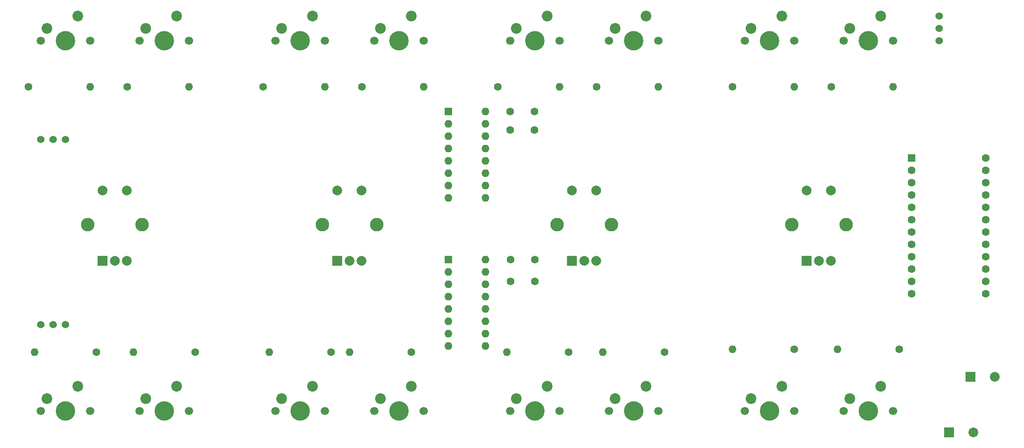
<source format=gts>
G04 #@! TF.GenerationSoftware,KiCad,Pcbnew,7.0.6*
G04 #@! TF.CreationDate,2023-08-29T18:11:44+02:00*
G04 #@! TF.ProjectId,photo console,70686f74-6f20-4636-9f6e-736f6c652e6b,rev?*
G04 #@! TF.SameCoordinates,Original*
G04 #@! TF.FileFunction,Soldermask,Top*
G04 #@! TF.FilePolarity,Negative*
%FSLAX46Y46*%
G04 Gerber Fmt 4.6, Leading zero omitted, Abs format (unit mm)*
G04 Created by KiCad (PCBNEW 7.0.6) date 2023-08-29 18:11:44*
%MOMM*%
%LPD*%
G01*
G04 APERTURE LIST*
%ADD10C,1.700000*%
%ADD11C,4.000000*%
%ADD12C,2.200000*%
%ADD13C,1.600000*%
%ADD14O,1.600000X1.600000*%
%ADD15C,1.524000*%
%ADD16R,2.000000X2.000000*%
%ADD17C,2.000000*%
%ADD18C,2.800000*%
%ADD19R,1.600000X1.600000*%
G04 APERTURE END LIST*
D10*
X210820000Y-127000000D03*
D11*
X215900000Y-127000000D03*
D10*
X220980000Y-127000000D03*
D12*
X218440000Y-121920000D03*
X212090000Y-124460000D03*
D10*
X190500000Y-127000000D03*
D11*
X195580000Y-127000000D03*
D10*
X200660000Y-127000000D03*
D12*
X198120000Y-121920000D03*
X191770000Y-124460000D03*
D10*
X162560000Y-127000000D03*
D11*
X167640000Y-127000000D03*
D10*
X172720000Y-127000000D03*
D12*
X170180000Y-121920000D03*
X163830000Y-124460000D03*
D10*
X142240000Y-127000000D03*
D11*
X147320000Y-127000000D03*
D10*
X152400000Y-127000000D03*
D12*
X149860000Y-121920000D03*
X143510000Y-124460000D03*
D10*
X114300000Y-127000000D03*
D11*
X119380000Y-127000000D03*
D10*
X124460000Y-127000000D03*
D12*
X121920000Y-121920000D03*
X115570000Y-124460000D03*
D10*
X93980000Y-127000000D03*
D11*
X99060000Y-127000000D03*
D10*
X104140000Y-127000000D03*
D12*
X101600000Y-121920000D03*
X95250000Y-124460000D03*
D10*
X66040000Y-127000000D03*
D11*
X71120000Y-127000000D03*
D10*
X76200000Y-127000000D03*
D12*
X73660000Y-121920000D03*
X67310000Y-124460000D03*
D10*
X45720000Y-127000000D03*
D11*
X50800000Y-127000000D03*
D10*
X55880000Y-127000000D03*
D12*
X53340000Y-121920000D03*
X46990000Y-124460000D03*
D10*
X210820000Y-50800000D03*
D11*
X215900000Y-50800000D03*
D10*
X220980000Y-50800000D03*
D12*
X218440000Y-45720000D03*
X212090000Y-48260000D03*
D10*
X190500000Y-50800000D03*
D11*
X195580000Y-50800000D03*
D10*
X200660000Y-50800000D03*
D12*
X198120000Y-45720000D03*
X191770000Y-48260000D03*
D10*
X162560000Y-50800000D03*
D11*
X167640000Y-50800000D03*
D10*
X172720000Y-50800000D03*
D12*
X170180000Y-45720000D03*
X163830000Y-48260000D03*
D10*
X142240000Y-50800000D03*
D11*
X147320000Y-50800000D03*
D10*
X152400000Y-50800000D03*
D12*
X149860000Y-45720000D03*
X143510000Y-48260000D03*
D10*
X114300000Y-50800000D03*
D11*
X119380000Y-50800000D03*
D10*
X124460000Y-50800000D03*
D12*
X121920000Y-45720000D03*
X115570000Y-48260000D03*
D10*
X93980000Y-50800000D03*
D11*
X99060000Y-50800000D03*
D10*
X104140000Y-50800000D03*
D12*
X101600000Y-45720000D03*
X95250000Y-48260000D03*
D10*
X66040000Y-50800000D03*
D11*
X71120000Y-50800000D03*
D10*
X76200000Y-50800000D03*
D12*
X73660000Y-45720000D03*
X67310000Y-48260000D03*
D10*
X45720000Y-50800000D03*
D11*
X50800000Y-50800000D03*
D10*
X55880000Y-50800000D03*
D12*
X53340000Y-45720000D03*
X46990000Y-48260000D03*
D13*
X173990000Y-114935000D03*
D14*
X161290000Y-114935000D03*
D13*
X200660000Y-114300000D03*
D14*
X187960000Y-114300000D03*
D15*
X45720000Y-71120000D03*
X48260000Y-71120000D03*
X50800000Y-71120000D03*
D13*
X142320000Y-100330000D03*
X147320000Y-100330000D03*
X208280000Y-60325000D03*
D14*
X220980000Y-60325000D03*
D13*
X105410000Y-114935000D03*
D14*
X92710000Y-114935000D03*
D13*
X111760000Y-60325000D03*
D14*
X124460000Y-60325000D03*
D13*
X43180000Y-60325000D03*
D14*
X55880000Y-60325000D03*
D13*
X222250000Y-114300000D03*
D14*
X209550000Y-114300000D03*
D16*
X236935000Y-120015000D03*
D17*
X241935000Y-120015000D03*
D13*
X91440000Y-60325000D03*
D14*
X104140000Y-60325000D03*
D16*
X106720000Y-96150000D03*
D17*
X111720000Y-96150000D03*
X109220000Y-96150000D03*
D18*
X103620000Y-88650000D03*
X114820000Y-88650000D03*
D17*
X106720000Y-81650000D03*
X111720000Y-81650000D03*
D16*
X154980000Y-96150000D03*
D17*
X159980000Y-96150000D03*
X157480000Y-96150000D03*
D18*
X151880000Y-88650000D03*
X163080000Y-88650000D03*
D17*
X154980000Y-81650000D03*
X159980000Y-81650000D03*
D15*
X45720000Y-109220000D03*
X48260000Y-109220000D03*
X50800000Y-109220000D03*
D16*
X232490000Y-131445000D03*
D17*
X237490000Y-131445000D03*
D16*
X58460000Y-96150000D03*
D17*
X63460000Y-96150000D03*
X60960000Y-96150000D03*
D18*
X55360000Y-88650000D03*
X66560000Y-88650000D03*
D17*
X58460000Y-81650000D03*
X63460000Y-81650000D03*
D13*
X57150000Y-114935000D03*
D14*
X44450000Y-114935000D03*
D15*
X230505000Y-45720000D03*
X230505000Y-48260000D03*
X230505000Y-50800000D03*
D13*
X187960000Y-60325000D03*
D14*
X200660000Y-60325000D03*
D13*
X139700000Y-60325000D03*
D14*
X152400000Y-60325000D03*
D13*
X154305000Y-114935000D03*
D14*
X141605000Y-114935000D03*
D13*
X77470000Y-114935000D03*
D14*
X64770000Y-114935000D03*
D19*
X129540000Y-65405000D03*
D14*
X129540000Y-67945000D03*
X129540000Y-70485000D03*
X129540000Y-73025000D03*
X129540000Y-75565000D03*
X129540000Y-78105000D03*
X129540000Y-80645000D03*
X129540000Y-83185000D03*
X137160000Y-83185000D03*
X137160000Y-80645000D03*
X137160000Y-78105000D03*
X137160000Y-75565000D03*
X137160000Y-73025000D03*
X137160000Y-70485000D03*
X137160000Y-67945000D03*
X137160000Y-65405000D03*
D13*
X63500000Y-60325000D03*
D14*
X76200000Y-60325000D03*
D13*
X160020000Y-60325000D03*
D14*
X172720000Y-60325000D03*
D13*
X121920000Y-114935000D03*
D14*
X109220000Y-114935000D03*
D19*
X129540000Y-95885000D03*
D14*
X129540000Y-98425000D03*
X129540000Y-100965000D03*
X129540000Y-103505000D03*
X129540000Y-106045000D03*
X129540000Y-108585000D03*
X129540000Y-111125000D03*
X129540000Y-113665000D03*
X137160000Y-113665000D03*
X137160000Y-111125000D03*
X137160000Y-108585000D03*
X137160000Y-106045000D03*
X137160000Y-103505000D03*
X137160000Y-100965000D03*
X137160000Y-98425000D03*
X137160000Y-95885000D03*
D19*
X224790000Y-74930000D03*
D13*
X224790000Y-77470000D03*
X224790000Y-80010000D03*
X224790000Y-82550000D03*
X224790000Y-85090000D03*
X224790000Y-87630000D03*
X224790000Y-90170000D03*
X224790000Y-92710000D03*
X224790000Y-95250000D03*
X224790000Y-97790000D03*
X224790000Y-100330000D03*
X224790000Y-102870000D03*
X240030000Y-102870000D03*
X240030000Y-100330000D03*
X240030000Y-97790000D03*
X240030000Y-95250000D03*
X240030000Y-92710000D03*
X240030000Y-90170000D03*
X240030000Y-87630000D03*
X240030000Y-85090000D03*
X240030000Y-82550000D03*
X240030000Y-80010000D03*
X240030000Y-77470000D03*
X240030000Y-74930000D03*
X142240000Y-69215000D03*
X147240000Y-69215000D03*
D16*
X203240000Y-96150000D03*
D17*
X208240000Y-96150000D03*
X205740000Y-96150000D03*
D18*
X200140000Y-88650000D03*
X211340000Y-88650000D03*
D17*
X203240000Y-81650000D03*
X208240000Y-81650000D03*
D13*
X142320000Y-95885000D03*
X147320000Y-95885000D03*
X142240000Y-65405000D03*
X147240000Y-65405000D03*
M02*

</source>
